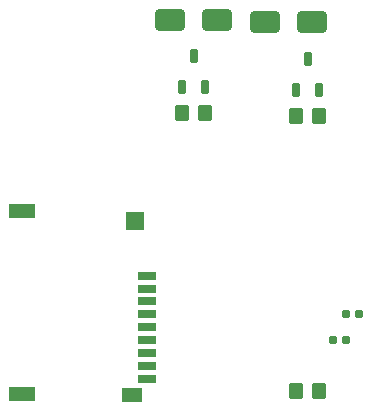
<source format=gbp>
G04 #@! TF.GenerationSoftware,KiCad,Pcbnew,9.0.5*
G04 #@! TF.CreationDate,2025-12-02T21:41:35+01:00*
G04 #@! TF.ProjectId,ToyBoard,546f7942-6f61-4726-942e-6b696361645f,rev?*
G04 #@! TF.SameCoordinates,Original*
G04 #@! TF.FileFunction,Paste,Bot*
G04 #@! TF.FilePolarity,Positive*
%FSLAX46Y46*%
G04 Gerber Fmt 4.6, Leading zero omitted, Abs format (unit mm)*
G04 Created by KiCad (PCBNEW 9.0.5) date 2025-12-02 21:41:35*
%MOMM*%
%LPD*%
G01*
G04 APERTURE LIST*
G04 Aperture macros list*
%AMRoundRect*
0 Rectangle with rounded corners*
0 $1 Rounding radius*
0 $2 $3 $4 $5 $6 $7 $8 $9 X,Y pos of 4 corners*
0 Add a 4 corners polygon primitive as box body*
4,1,4,$2,$3,$4,$5,$6,$7,$8,$9,$2,$3,0*
0 Add four circle primitives for the rounded corners*
1,1,$1+$1,$2,$3*
1,1,$1+$1,$4,$5*
1,1,$1+$1,$6,$7*
1,1,$1+$1,$8,$9*
0 Add four rect primitives between the rounded corners*
20,1,$1+$1,$2,$3,$4,$5,0*
20,1,$1+$1,$4,$5,$6,$7,0*
20,1,$1+$1,$6,$7,$8,$9,0*
20,1,$1+$1,$8,$9,$2,$3,0*%
G04 Aperture macros list end*
%ADD10R,1.800000X1.200000*%
%ADD11R,2.200000X1.200000*%
%ADD12R,1.500000X1.600000*%
%ADD13R,1.600000X0.700000*%
%ADD14RoundRect,0.155000X-0.212500X-0.155000X0.212500X-0.155000X0.212500X0.155000X-0.212500X0.155000X0*%
%ADD15RoundRect,0.162500X0.162500X-0.447500X0.162500X0.447500X-0.162500X0.447500X-0.162500X-0.447500X0*%
%ADD16RoundRect,0.250000X0.350000X0.450000X-0.350000X0.450000X-0.350000X-0.450000X0.350000X-0.450000X0*%
%ADD17RoundRect,0.250000X1.000000X0.650000X-1.000000X0.650000X-1.000000X-0.650000X1.000000X-0.650000X0*%
%ADD18RoundRect,0.250000X-1.000000X-0.650000X1.000000X-0.650000X1.000000X0.650000X-1.000000X0.650000X0*%
G04 APERTURE END LIST*
D10*
X132435600Y-132588000D03*
D11*
X123134000Y-116964000D03*
X123134000Y-132464000D03*
D12*
X132684000Y-117864000D03*
D13*
X133734000Y-131264000D03*
X133734000Y-130164000D03*
X133734000Y-129064000D03*
X133734000Y-127964000D03*
X133734000Y-126864000D03*
X133734000Y-125764000D03*
X133734000Y-124664000D03*
X133734000Y-123564000D03*
X133734000Y-122464000D03*
D14*
X150562500Y-125730000D03*
X151697500Y-125730000D03*
D15*
X137668000Y-103846000D03*
X136718000Y-106466000D03*
X138618000Y-106466000D03*
X147320000Y-104100000D03*
X146370000Y-106720000D03*
X148270000Y-106720000D03*
D14*
X149482500Y-127900000D03*
X150617500Y-127900000D03*
D16*
X138668000Y-108712000D03*
X136668000Y-108712000D03*
X148320000Y-108966000D03*
X146320000Y-108966000D03*
D17*
X139668000Y-100838000D03*
X135668000Y-100838000D03*
D16*
X148325000Y-132200000D03*
X146325000Y-132200000D03*
D18*
X143700000Y-101000000D03*
X147700000Y-101000000D03*
M02*

</source>
